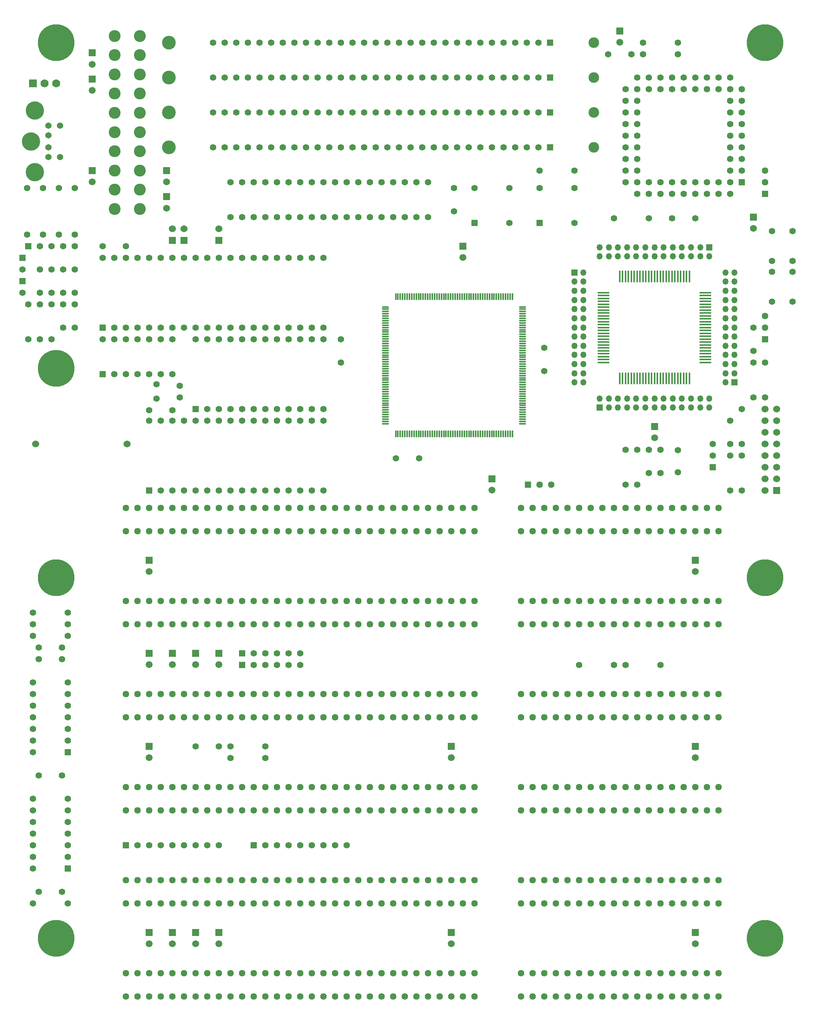
<source format=gbr>
%TF.GenerationSoftware,KiCad,Pcbnew,(6.0.2)*%
%TF.CreationDate,2026-02-18T07:48:15-08:00*%
%TF.ProjectId,AT386SX,41543338-3653-4582-9e6b-696361645f70,2.2*%
%TF.SameCoordinates,Original*%
%TF.FileFunction,Soldermask,Top*%
%TF.FilePolarity,Negative*%
%FSLAX46Y46*%
G04 Gerber Fmt 4.6, Leading zero omitted, Abs format (unit mm)*
G04 Created by KiCad (PCBNEW (6.0.2)) date 2026-02-18 07:48:15*
%MOMM*%
%LPD*%
G01*
G04 APERTURE LIST*
G04 Aperture macros list*
%AMRoundRect*
0 Rectangle with rounded corners*
0 $1 Rounding radius*
0 $2 $3 $4 $5 $6 $7 $8 $9 X,Y pos of 4 corners*
0 Add a 4 corners polygon primitive as box body*
4,1,4,$2,$3,$4,$5,$6,$7,$8,$9,$2,$3,0*
0 Add four circle primitives for the rounded corners*
1,1,$1+$1,$2,$3*
1,1,$1+$1,$4,$5*
1,1,$1+$1,$6,$7*
1,1,$1+$1,$8,$9*
0 Add four rect primitives between the rounded corners*
20,1,$1+$1,$2,$3,$4,$5,0*
20,1,$1+$1,$4,$5,$6,$7,0*
20,1,$1+$1,$6,$7,$8,$9,0*
20,1,$1+$1,$8,$9,$2,$3,0*%
G04 Aperture macros list end*
%ADD10R,1.350000X1.350000*%
%ADD11O,1.350000X1.350000*%
%ADD12C,1.397000*%
%ADD13R,1.397000X1.397000*%
%ADD14R,1.490980X1.490980*%
%ADD15C,1.490980*%
%ADD16R,1.440000X1.440000*%
%ADD17C,1.440000*%
%ADD18R,2.500000X0.380000*%
%ADD19R,0.380000X2.500000*%
%ADD20C,2.311400*%
%ADD21C,2.997200*%
%ADD22C,1.399540*%
%ADD23R,1.524000X1.524000*%
%ADD24C,1.524000*%
%ADD25C,1.371600*%
%ADD26C,4.000500*%
%ADD27C,2.600960*%
%ADD28C,0.900000*%
%ADD29C,8.000000*%
%ADD30R,1.778000X1.778000*%
%ADD31C,1.778000*%
%ADD32RoundRect,0.075000X0.662500X0.075000X-0.662500X0.075000X-0.662500X-0.075000X0.662500X-0.075000X0*%
%ADD33RoundRect,0.075000X0.075000X0.662500X-0.075000X0.662500X-0.075000X-0.662500X0.075000X-0.662500X0*%
G04 APERTURE END LIST*
D10*
%TO.C,J17*%
X146750000Y-103870000D03*
D11*
X146750000Y-101870000D03*
X148750000Y-103870000D03*
X148750000Y-101870000D03*
X150750000Y-103870000D03*
X150750000Y-101870000D03*
X152750000Y-103870000D03*
X152750000Y-101870000D03*
X154750000Y-103870000D03*
X154750000Y-101870000D03*
X156750000Y-103870000D03*
X156750000Y-101870000D03*
X158750000Y-103870000D03*
X158750000Y-101870000D03*
X160750000Y-103870000D03*
X160750000Y-101870000D03*
X162750000Y-103870000D03*
X162750000Y-101870000D03*
X164750000Y-103870000D03*
X164750000Y-101870000D03*
X166750000Y-103870000D03*
X166750000Y-101870000D03*
X168750000Y-103870000D03*
X168750000Y-101870000D03*
X170750000Y-103870000D03*
X170750000Y-101870000D03*
%TD*%
D12*
%TO.C,C9*%
X153670000Y-26670000D03*
X148590000Y-26670000D03*
%TD*%
%TO.C,R2*%
X99060000Y-62230000D03*
X99060000Y-54610000D03*
%TD*%
D13*
%TO.C,X1*%
X133667500Y-63500000D03*
D12*
X141287500Y-63500000D03*
X141287500Y-55880000D03*
X133667500Y-55880000D03*
%TD*%
%TO.C,C7*%
X32067500Y-73660000D03*
X32067500Y-78740000D03*
%TD*%
D14*
%TO.C,C32*%
X167640000Y-137180000D03*
D15*
X167640000Y-139680000D03*
%TD*%
D16*
%TO.C,JP5*%
X182880000Y-57150000D03*
D17*
X182880000Y-54610000D03*
X182880000Y-52070000D03*
%TD*%
D10*
%TO.C,J16*%
X141240000Y-74360000D03*
D11*
X143240000Y-74360000D03*
X141240000Y-76360000D03*
X143240000Y-76360000D03*
X141240000Y-78360000D03*
X143240000Y-78360000D03*
X141240000Y-80360000D03*
X143240000Y-80360000D03*
X141240000Y-82360000D03*
X143240000Y-82360000D03*
X141240000Y-84360000D03*
X143240000Y-84360000D03*
X141240000Y-86360000D03*
X143240000Y-86360000D03*
X141240000Y-88360000D03*
X143240000Y-88360000D03*
X141240000Y-90360000D03*
X143240000Y-90360000D03*
X141240000Y-92360000D03*
X143240000Y-92360000D03*
X141240000Y-94360000D03*
X143240000Y-94360000D03*
X141240000Y-96360000D03*
X143240000Y-96360000D03*
X141240000Y-98360000D03*
X143240000Y-98360000D03*
%TD*%
D12*
%TO.C,R33*%
X163830000Y-24130000D03*
X156210000Y-24130000D03*
%TD*%
D18*
%TO.C,U1*%
X169862500Y-93980000D03*
X169862500Y-93345000D03*
X169862500Y-92710000D03*
X169862500Y-92075000D03*
X169862500Y-91440000D03*
X169862500Y-90805000D03*
X169862500Y-90170000D03*
X169862500Y-89535000D03*
X169862500Y-88900000D03*
X169862500Y-88265000D03*
X169862500Y-87630000D03*
X169862500Y-86995000D03*
X169862500Y-86360000D03*
X169862500Y-85725000D03*
X169862500Y-85090000D03*
X169862500Y-84455000D03*
X169862500Y-83820000D03*
X169862500Y-83185000D03*
X169862500Y-82550000D03*
X169862500Y-81915000D03*
X169862500Y-81280000D03*
X169862500Y-80645000D03*
X169862500Y-80010000D03*
X169862500Y-79375000D03*
X169862500Y-78740000D03*
D19*
X166370000Y-75247500D03*
X165735000Y-75247500D03*
X165100000Y-75247500D03*
X164465000Y-75247500D03*
X163830000Y-75247500D03*
X163195000Y-75247500D03*
X162560000Y-75247500D03*
X161925000Y-75247500D03*
X161290000Y-75247500D03*
X160655000Y-75247500D03*
X160020000Y-75247500D03*
X159385000Y-75247500D03*
X158750000Y-75247500D03*
X158115000Y-75247500D03*
X157480000Y-75247500D03*
X156845000Y-75247500D03*
X156210000Y-75247500D03*
X155575000Y-75247500D03*
X154940000Y-75247500D03*
X154305000Y-75247500D03*
X153670000Y-75247500D03*
X153035000Y-75247500D03*
X152400000Y-75247500D03*
X151765000Y-75247500D03*
X151130000Y-75247500D03*
D18*
X147637500Y-78740000D03*
X147637500Y-79375000D03*
X147637500Y-80010000D03*
X147637500Y-80645000D03*
X147637500Y-81280000D03*
X147637500Y-81915000D03*
X147637500Y-82550000D03*
X147637500Y-83185000D03*
X147637500Y-83820000D03*
X147637500Y-84455000D03*
X147637500Y-85090000D03*
X147637500Y-85725000D03*
X147637500Y-86360000D03*
X147637500Y-86995000D03*
X147637500Y-87630000D03*
X147637500Y-88265000D03*
X147637500Y-88900000D03*
X147637500Y-89535000D03*
X147637500Y-90170000D03*
X147637500Y-90805000D03*
X147637500Y-91440000D03*
X147637500Y-92075000D03*
X147637500Y-92710000D03*
X147637500Y-93345000D03*
X147637500Y-93980000D03*
D19*
X151130000Y-97472500D03*
X151765000Y-97472500D03*
X152400000Y-97472500D03*
X153035000Y-97472500D03*
X153670000Y-97472500D03*
X154305000Y-97472500D03*
X154940000Y-97472500D03*
X155575000Y-97472500D03*
X156210000Y-97472500D03*
X156845000Y-97472500D03*
X157480000Y-97472500D03*
X158115000Y-97472500D03*
X158750000Y-97472500D03*
X159385000Y-97472500D03*
X160020000Y-97472500D03*
X160655000Y-97472500D03*
X161290000Y-97472500D03*
X161925000Y-97472500D03*
X162560000Y-97472500D03*
X163195000Y-97472500D03*
X163830000Y-97472500D03*
X164465000Y-97472500D03*
X165100000Y-97472500D03*
X165735000Y-97472500D03*
X166370000Y-97472500D03*
%TD*%
D13*
%TO.C,J2*%
X135890000Y-31750000D03*
D12*
X133350000Y-31750000D03*
X130810000Y-31750000D03*
X128270000Y-31750000D03*
X125730000Y-31750000D03*
X123190000Y-31750000D03*
X120650000Y-31750000D03*
X118110000Y-31750000D03*
X115570000Y-31750000D03*
X113030000Y-31750000D03*
X110490000Y-31750000D03*
X107950000Y-31750000D03*
X105410000Y-31750000D03*
X102870000Y-31750000D03*
X100330000Y-31750000D03*
X97790000Y-31750000D03*
X95250000Y-31750000D03*
X92710000Y-31750000D03*
X90170000Y-31750000D03*
X87630000Y-31750000D03*
X85090000Y-31750000D03*
X82550000Y-31750000D03*
X80010000Y-31750000D03*
X77470000Y-31750000D03*
X74930000Y-31750000D03*
X72390000Y-31750000D03*
X69850000Y-31750000D03*
X67310000Y-31750000D03*
X64770000Y-31750000D03*
X62230000Y-31750000D03*
D20*
X145480000Y-31750000D03*
D21*
X52640000Y-31750000D03*
%TD*%
D22*
%TO.C,SW1*%
X184439560Y-80721200D03*
X184439560Y-74218800D03*
X188940440Y-80721200D03*
X188940440Y-74218800D03*
%TD*%
D14*
%TO.C,C29*%
X123190000Y-119400000D03*
D15*
X123190000Y-121900000D03*
%TD*%
D23*
%TO.C,JP3*%
X53340000Y-67310000D03*
D24*
X53340000Y-64770000D03*
%TD*%
D13*
%TO.C,U6*%
X48260000Y-121920000D03*
D12*
X50800000Y-121920000D03*
X53340000Y-121920000D03*
X55880000Y-121920000D03*
X58420000Y-121920000D03*
X60960000Y-121920000D03*
X63500000Y-121920000D03*
X66040000Y-121920000D03*
X68580000Y-121920000D03*
X71120000Y-121920000D03*
X73660000Y-121920000D03*
X76200000Y-121920000D03*
X78740000Y-121920000D03*
X81280000Y-121920000D03*
X83820000Y-121920000D03*
X86360000Y-121920000D03*
X86360000Y-106680000D03*
X83820000Y-106680000D03*
X81280000Y-106680000D03*
X78740000Y-106680000D03*
X76200000Y-106680000D03*
X73660000Y-106680000D03*
X71120000Y-106680000D03*
X68580000Y-106680000D03*
X66040000Y-106680000D03*
X63500000Y-106680000D03*
X60960000Y-106680000D03*
X58420000Y-106680000D03*
X55880000Y-106680000D03*
X53340000Y-106680000D03*
X50800000Y-106680000D03*
X48260000Y-106680000D03*
%TD*%
%TO.C,R28*%
X21907500Y-88900000D03*
X21907500Y-81280000D03*
%TD*%
%TO.C,C8*%
X63500000Y-177800000D03*
X58420000Y-177800000D03*
%TD*%
D14*
%TO.C,C37*%
X48260000Y-218460000D03*
D15*
X48260000Y-220960000D03*
%TD*%
D12*
%TO.C,R1*%
X86360000Y-62230000D03*
X86360000Y-54610000D03*
%TD*%
%TO.C,R27*%
X24447500Y-88900000D03*
X24447500Y-81280000D03*
%TD*%
D14*
%TO.C,C33*%
X48260000Y-157500000D03*
D15*
X48260000Y-160000000D03*
%TD*%
D12*
%TO.C,R35*%
X142240000Y-160020000D03*
X149860000Y-160020000D03*
%TD*%
%TO.C,C16*%
X32067500Y-86360000D03*
X32067500Y-81280000D03*
%TD*%
D13*
%TO.C,RN5*%
X21907500Y-68580000D03*
D12*
X24447500Y-68580000D03*
X26987500Y-68580000D03*
X29527500Y-68580000D03*
X32067500Y-68580000D03*
%TD*%
D16*
%TO.C,JP4*%
X182880000Y-88900000D03*
D17*
X182880000Y-86360000D03*
X182880000Y-83820000D03*
%TD*%
%TO.C,J5*%
X43180000Y-130810000D03*
X45720000Y-130810000D03*
X48260000Y-130810000D03*
X50800000Y-130810000D03*
X53340000Y-130810000D03*
X55880000Y-130810000D03*
X58420000Y-130810000D03*
X60960000Y-130810000D03*
X63500000Y-130810000D03*
X66040000Y-130810000D03*
X68580000Y-130810000D03*
X71120000Y-130810000D03*
X73660000Y-130810000D03*
X76200000Y-130810000D03*
X78740000Y-130810000D03*
X81280000Y-130810000D03*
X83820000Y-130810000D03*
X86360000Y-130810000D03*
X88900000Y-130810000D03*
X91440000Y-130810000D03*
X93980000Y-130810000D03*
X96520000Y-130810000D03*
X99060000Y-130810000D03*
X101600000Y-130810000D03*
X104140000Y-130810000D03*
X106680000Y-130810000D03*
X109220000Y-130810000D03*
X111760000Y-130810000D03*
X114300000Y-130810000D03*
X116840000Y-130810000D03*
X119380000Y-130810000D03*
X43180000Y-125730000D03*
X45720000Y-125730000D03*
X48260000Y-125730000D03*
X50800000Y-125730000D03*
X53340000Y-125730000D03*
X55880000Y-125730000D03*
X58420000Y-125730000D03*
X60960000Y-125730000D03*
X63500000Y-125730000D03*
X66040000Y-125730000D03*
X68580000Y-125730000D03*
X71120000Y-125730000D03*
X73660000Y-125730000D03*
X76200000Y-125730000D03*
X78740000Y-125730000D03*
X81280000Y-125730000D03*
X83820000Y-125730000D03*
X86360000Y-125730000D03*
X88900000Y-125730000D03*
X91440000Y-125730000D03*
X93980000Y-125730000D03*
X96520000Y-125730000D03*
X99060000Y-125730000D03*
X101600000Y-125730000D03*
X104140000Y-125730000D03*
X106680000Y-125730000D03*
X109220000Y-125730000D03*
X111760000Y-125730000D03*
X114300000Y-125730000D03*
X116840000Y-125730000D03*
X119380000Y-125730000D03*
X129540000Y-130810000D03*
X132080000Y-130810000D03*
X134620000Y-130810000D03*
X137160000Y-130810000D03*
X139700000Y-130810000D03*
X142240000Y-130810000D03*
X144780000Y-130810000D03*
X147320000Y-130810000D03*
X149860000Y-130810000D03*
X152400000Y-130810000D03*
X154940000Y-130810000D03*
X157480000Y-130810000D03*
X160020000Y-130810000D03*
X162560000Y-130810000D03*
X165100000Y-130810000D03*
X167640000Y-130810000D03*
X170180000Y-130810000D03*
X172720000Y-130810000D03*
X129540000Y-125730000D03*
X132080000Y-125730000D03*
X134620000Y-125730000D03*
X137160000Y-125730000D03*
X139700000Y-125730000D03*
X142240000Y-125730000D03*
X144780000Y-125730000D03*
X147320000Y-125730000D03*
X149860000Y-125730000D03*
X152400000Y-125730000D03*
X154940000Y-125730000D03*
X157480000Y-125730000D03*
X160020000Y-125730000D03*
X162560000Y-125730000D03*
X165100000Y-125730000D03*
X167640000Y-125730000D03*
X170180000Y-125730000D03*
X172720000Y-125730000D03*
%TD*%
D13*
%TO.C,U9*%
X30480000Y-204470000D03*
D12*
X30480000Y-201930000D03*
X30480000Y-199390000D03*
X30480000Y-196850000D03*
X30480000Y-194310000D03*
X30480000Y-191770000D03*
X30480000Y-189230000D03*
X22860000Y-189230000D03*
X22860000Y-191770000D03*
X22860000Y-194310000D03*
X22860000Y-196850000D03*
X22860000Y-199390000D03*
X22860000Y-201930000D03*
X22860000Y-204470000D03*
%TD*%
%TO.C,C13*%
X90170000Y-93980000D03*
X90170000Y-88900000D03*
%TD*%
D13*
%TO.C,J3*%
X135890000Y-39370000D03*
D12*
X133350000Y-39370000D03*
X130810000Y-39370000D03*
X128270000Y-39370000D03*
X125730000Y-39370000D03*
X123190000Y-39370000D03*
X120650000Y-39370000D03*
X118110000Y-39370000D03*
X115570000Y-39370000D03*
X113030000Y-39370000D03*
X110490000Y-39370000D03*
X107950000Y-39370000D03*
X105410000Y-39370000D03*
X102870000Y-39370000D03*
X100330000Y-39370000D03*
X97790000Y-39370000D03*
X95250000Y-39370000D03*
X92710000Y-39370000D03*
X90170000Y-39370000D03*
X87630000Y-39370000D03*
X85090000Y-39370000D03*
X82550000Y-39370000D03*
X80010000Y-39370000D03*
X77470000Y-39370000D03*
X74930000Y-39370000D03*
X72390000Y-39370000D03*
X69850000Y-39370000D03*
X67310000Y-39370000D03*
X64770000Y-39370000D03*
X62230000Y-39370000D03*
D21*
X52640000Y-39370000D03*
D20*
X145480000Y-39370000D03*
%TD*%
D12*
%TO.C,C5*%
X24447500Y-73660000D03*
X24447500Y-78740000D03*
%TD*%
%TO.C,R8*%
X81280000Y-62230000D03*
X81280000Y-54610000D03*
%TD*%
%TO.C,R18*%
X109220000Y-62230000D03*
X109220000Y-54610000D03*
%TD*%
%TO.C,R19*%
X106680000Y-62230000D03*
X106680000Y-54610000D03*
%TD*%
D13*
%TO.C,J1*%
X135890000Y-24130000D03*
D12*
X133350000Y-24130000D03*
X130810000Y-24130000D03*
X128270000Y-24130000D03*
X125730000Y-24130000D03*
X123190000Y-24130000D03*
X120650000Y-24130000D03*
X118110000Y-24130000D03*
X115570000Y-24130000D03*
X113030000Y-24130000D03*
X110490000Y-24130000D03*
X107950000Y-24130000D03*
X105410000Y-24130000D03*
X102870000Y-24130000D03*
X100330000Y-24130000D03*
X97790000Y-24130000D03*
X95250000Y-24130000D03*
X92710000Y-24130000D03*
X90170000Y-24130000D03*
X87630000Y-24130000D03*
X85090000Y-24130000D03*
X82550000Y-24130000D03*
X80010000Y-24130000D03*
X77470000Y-24130000D03*
X74930000Y-24130000D03*
X72390000Y-24130000D03*
X69850000Y-24130000D03*
X67310000Y-24130000D03*
X64770000Y-24130000D03*
X62230000Y-24130000D03*
D21*
X52640000Y-24130000D03*
D20*
X145480000Y-24130000D03*
%TD*%
D13*
%TO.C,RN1*%
X71120000Y-199390000D03*
D12*
X73660000Y-199390000D03*
X76200000Y-199390000D03*
X78740000Y-199390000D03*
X81280000Y-199390000D03*
X83820000Y-199390000D03*
X86360000Y-199390000D03*
X88900000Y-199390000D03*
X91440000Y-199390000D03*
%TD*%
%TO.C,R10*%
X76200000Y-62230000D03*
X76200000Y-54610000D03*
%TD*%
%TO.C,Y1*%
X163830000Y-118010940D03*
X163830000Y-113129060D03*
%TD*%
%TO.C,R3*%
X96520000Y-62230000D03*
X96520000Y-54610000D03*
%TD*%
D14*
%TO.C,C43*%
X35877500Y-26372500D03*
D15*
X35877500Y-28872500D03*
%TD*%
D25*
%TO.C,J11*%
X26280000Y-47020000D03*
X26280000Y-44420000D03*
X26280000Y-49120000D03*
X26280000Y-42320000D03*
X28780000Y-49120000D03*
X28780000Y-42320000D03*
D26*
X23280000Y-38970000D03*
X23280000Y-52470000D03*
X22480000Y-45720000D03*
%TD*%
D12*
%TO.C,R25*%
X177800000Y-114300000D03*
X177800000Y-121920000D03*
%TD*%
%TO.C,C20*%
X24130000Y-209550000D03*
X29210000Y-209550000D03*
%TD*%
D17*
%TO.C,J9*%
X43180000Y-212090000D03*
X45720000Y-212090000D03*
X48260000Y-212090000D03*
X50800000Y-212090000D03*
X53340000Y-212090000D03*
X55880000Y-212090000D03*
X58420000Y-212090000D03*
X60960000Y-212090000D03*
X63500000Y-212090000D03*
X66040000Y-212090000D03*
X68580000Y-212090000D03*
X71120000Y-212090000D03*
X73660000Y-212090000D03*
X76200000Y-212090000D03*
X78740000Y-212090000D03*
X81280000Y-212090000D03*
X83820000Y-212090000D03*
X86360000Y-212090000D03*
X88900000Y-212090000D03*
X91440000Y-212090000D03*
X93980000Y-212090000D03*
X96520000Y-212090000D03*
X99060000Y-212090000D03*
X101600000Y-212090000D03*
X104140000Y-212090000D03*
X106680000Y-212090000D03*
X109220000Y-212090000D03*
X111760000Y-212090000D03*
X114300000Y-212090000D03*
X116840000Y-212090000D03*
X119380000Y-212090000D03*
X43180000Y-207010000D03*
X45720000Y-207010000D03*
X48260000Y-207010000D03*
X50800000Y-207010000D03*
X53340000Y-207010000D03*
X55880000Y-207010000D03*
X58420000Y-207010000D03*
X60960000Y-207010000D03*
X63500000Y-207010000D03*
X66040000Y-207010000D03*
X68580000Y-207010000D03*
X71120000Y-207010000D03*
X73660000Y-207010000D03*
X76200000Y-207010000D03*
X78740000Y-207010000D03*
X81280000Y-207010000D03*
X83820000Y-207010000D03*
X86360000Y-207010000D03*
X88900000Y-207010000D03*
X91440000Y-207010000D03*
X93980000Y-207010000D03*
X96520000Y-207010000D03*
X99060000Y-207010000D03*
X101600000Y-207010000D03*
X104140000Y-207010000D03*
X106680000Y-207010000D03*
X109220000Y-207010000D03*
X111760000Y-207010000D03*
X114300000Y-207010000D03*
X116840000Y-207010000D03*
X119380000Y-207010000D03*
X129540000Y-212090000D03*
X132080000Y-212090000D03*
X134620000Y-212090000D03*
X137160000Y-212090000D03*
X139700000Y-212090000D03*
X142240000Y-212090000D03*
X144780000Y-212090000D03*
X147320000Y-212090000D03*
X149860000Y-212090000D03*
X152400000Y-212090000D03*
X154940000Y-212090000D03*
X157480000Y-212090000D03*
X160020000Y-212090000D03*
X162560000Y-212090000D03*
X165100000Y-212090000D03*
X167640000Y-212090000D03*
X170180000Y-212090000D03*
X172720000Y-212090000D03*
X129540000Y-207010000D03*
X132080000Y-207010000D03*
X134620000Y-207010000D03*
X137160000Y-207010000D03*
X139700000Y-207010000D03*
X142240000Y-207010000D03*
X144780000Y-207010000D03*
X147320000Y-207010000D03*
X149860000Y-207010000D03*
X152400000Y-207010000D03*
X154940000Y-207010000D03*
X157480000Y-207010000D03*
X160020000Y-207010000D03*
X162560000Y-207010000D03*
X165100000Y-207010000D03*
X167640000Y-207010000D03*
X170180000Y-207010000D03*
X172720000Y-207010000D03*
%TD*%
D12*
%TO.C,R6*%
X88900000Y-62230000D03*
X88900000Y-54610000D03*
%TD*%
D13*
%TO.C,U4*%
X58420000Y-104140000D03*
D12*
X60960000Y-104140000D03*
X63500000Y-104140000D03*
X66040000Y-104140000D03*
X68580000Y-104140000D03*
X71120000Y-104140000D03*
X73660000Y-104140000D03*
X76200000Y-104140000D03*
X78740000Y-104140000D03*
X81280000Y-104140000D03*
X83820000Y-104140000D03*
X86360000Y-104140000D03*
X86360000Y-88900000D03*
X83820000Y-88900000D03*
X81280000Y-88900000D03*
X78740000Y-88900000D03*
X76200000Y-88900000D03*
X73660000Y-88900000D03*
X71120000Y-88900000D03*
X68580000Y-88900000D03*
X66040000Y-88900000D03*
X63500000Y-88900000D03*
X60960000Y-88900000D03*
X58420000Y-88900000D03*
%TD*%
D13*
%TO.C,X2*%
X119380000Y-63500000D03*
D12*
X127000000Y-63500000D03*
X127000000Y-55880000D03*
X119380000Y-55880000D03*
%TD*%
%TO.C,R11*%
X73660000Y-62230000D03*
X73660000Y-54610000D03*
%TD*%
D14*
%TO.C,C30*%
X158750000Y-107970000D03*
D15*
X158750000Y-110470000D03*
%TD*%
D12*
%TO.C,R21*%
X101600000Y-62230000D03*
X101600000Y-54610000D03*
%TD*%
D14*
%TO.C,C40*%
X52070000Y-57805000D03*
D15*
X52070000Y-60305000D03*
%TD*%
D14*
%TO.C,C44*%
X58420000Y-157500000D03*
D15*
X58420000Y-160000000D03*
%TD*%
D14*
%TO.C,C41*%
X63500000Y-157500000D03*
D15*
X63500000Y-160000000D03*
%TD*%
D27*
%TO.C,J12*%
X46248320Y-22692360D03*
X46248320Y-26893520D03*
X46248320Y-31092140D03*
X46248320Y-35293300D03*
X46248320Y-39491920D03*
X46248320Y-43693080D03*
X46248320Y-47891700D03*
X46248320Y-52092860D03*
X46248320Y-56291480D03*
X46248320Y-60492640D03*
X40746680Y-22692360D03*
X40746680Y-26893520D03*
X40746680Y-31092140D03*
X40746680Y-35293300D03*
X40746680Y-39491920D03*
X40746680Y-43693080D03*
X40746680Y-47891700D03*
X40746680Y-52092860D03*
X40746680Y-56291480D03*
X40746680Y-60492640D03*
%TD*%
D13*
%TO.C,D1*%
X20637500Y-76200000D03*
D12*
X20637500Y-78740000D03*
%TD*%
%TO.C,R30*%
X73660000Y-180340000D03*
X66040000Y-180340000D03*
%TD*%
%TO.C,R40*%
X154940000Y-120650000D03*
X154940000Y-113030000D03*
%TD*%
D17*
%TO.C,J8*%
X43180000Y-191770000D03*
X45720000Y-191770000D03*
X48260000Y-191770000D03*
X50800000Y-191770000D03*
X53340000Y-191770000D03*
X55880000Y-191770000D03*
X58420000Y-191770000D03*
X60960000Y-191770000D03*
X63500000Y-191770000D03*
X66040000Y-191770000D03*
X68580000Y-191770000D03*
X71120000Y-191770000D03*
X73660000Y-191770000D03*
X76200000Y-191770000D03*
X78740000Y-191770000D03*
X81280000Y-191770000D03*
X83820000Y-191770000D03*
X86360000Y-191770000D03*
X88900000Y-191770000D03*
X91440000Y-191770000D03*
X93980000Y-191770000D03*
X96520000Y-191770000D03*
X99060000Y-191770000D03*
X101600000Y-191770000D03*
X104140000Y-191770000D03*
X106680000Y-191770000D03*
X109220000Y-191770000D03*
X111760000Y-191770000D03*
X114300000Y-191770000D03*
X116840000Y-191770000D03*
X119380000Y-191770000D03*
X43180000Y-186690000D03*
X45720000Y-186690000D03*
X48260000Y-186690000D03*
X50800000Y-186690000D03*
X53340000Y-186690000D03*
X55880000Y-186690000D03*
X58420000Y-186690000D03*
X60960000Y-186690000D03*
X63500000Y-186690000D03*
X66040000Y-186690000D03*
X68580000Y-186690000D03*
X71120000Y-186690000D03*
X73660000Y-186690000D03*
X76200000Y-186690000D03*
X78740000Y-186690000D03*
X81280000Y-186690000D03*
X83820000Y-186690000D03*
X86360000Y-186690000D03*
X88900000Y-186690000D03*
X91440000Y-186690000D03*
X93980000Y-186690000D03*
X96520000Y-186690000D03*
X99060000Y-186690000D03*
X101600000Y-186690000D03*
X104140000Y-186690000D03*
X106680000Y-186690000D03*
X109220000Y-186690000D03*
X111760000Y-186690000D03*
X114300000Y-186690000D03*
X116840000Y-186690000D03*
X119380000Y-186690000D03*
X129540000Y-191770000D03*
X132080000Y-191770000D03*
X134620000Y-191770000D03*
X137160000Y-191770000D03*
X139700000Y-191770000D03*
X142240000Y-191770000D03*
X144780000Y-191770000D03*
X147320000Y-191770000D03*
X149860000Y-191770000D03*
X152400000Y-191770000D03*
X154940000Y-191770000D03*
X157480000Y-191770000D03*
X160020000Y-191770000D03*
X162560000Y-191770000D03*
X165100000Y-191770000D03*
X167640000Y-191770000D03*
X170180000Y-191770000D03*
X172720000Y-191770000D03*
X129540000Y-186690000D03*
X132080000Y-186690000D03*
X134620000Y-186690000D03*
X137160000Y-186690000D03*
X139700000Y-186690000D03*
X142240000Y-186690000D03*
X144780000Y-186690000D03*
X147320000Y-186690000D03*
X149860000Y-186690000D03*
X152400000Y-186690000D03*
X154940000Y-186690000D03*
X157480000Y-186690000D03*
X160020000Y-186690000D03*
X162560000Y-186690000D03*
X165100000Y-186690000D03*
X167640000Y-186690000D03*
X170180000Y-186690000D03*
X172720000Y-186690000D03*
%TD*%
D14*
%TO.C,C39*%
X167640000Y-218460000D03*
D15*
X167640000Y-220960000D03*
%TD*%
D10*
%TO.C,J14*%
X176260000Y-98360000D03*
D11*
X174260000Y-98360000D03*
X176260000Y-96360000D03*
X174260000Y-96360000D03*
X176260000Y-94360000D03*
X174260000Y-94360000D03*
X176260000Y-92360000D03*
X174260000Y-92360000D03*
X176260000Y-90360000D03*
X174260000Y-90360000D03*
X176260000Y-88360000D03*
X174260000Y-88360000D03*
X176260000Y-86360000D03*
X174260000Y-86360000D03*
X176260000Y-84360000D03*
X174260000Y-84360000D03*
X176260000Y-82360000D03*
X174260000Y-82360000D03*
X176260000Y-80360000D03*
X174260000Y-80360000D03*
X176260000Y-78360000D03*
X174260000Y-78360000D03*
X176260000Y-76360000D03*
X174260000Y-76360000D03*
X176260000Y-74360000D03*
X174260000Y-74360000D03*
%TD*%
D14*
%TO.C,C25*%
X52070000Y-52090000D03*
D15*
X52070000Y-54590000D03*
%TD*%
D23*
%TO.C,JP2*%
X55880000Y-67310000D03*
D24*
X55880000Y-64770000D03*
%TD*%
D12*
%TO.C,C15*%
X48260000Y-104457500D03*
X53340000Y-104457500D03*
%TD*%
%TO.C,C2*%
X160020000Y-113030000D03*
X160020000Y-118110000D03*
%TD*%
D28*
%TO.C,H4*%
X30061320Y-22008680D03*
D29*
X27940000Y-24130000D03*
D28*
X25818680Y-22008680D03*
X24940000Y-24130000D03*
X30940000Y-24130000D03*
X27940000Y-21130000D03*
X25818680Y-26251320D03*
X30061320Y-26251320D03*
X27940000Y-27130000D03*
%TD*%
D12*
%TO.C,L2*%
X21590000Y-66040000D03*
X21590000Y-55880000D03*
%TD*%
D14*
%TO.C,C27*%
X116840000Y-68600000D03*
D15*
X116840000Y-71100000D03*
%TD*%
D12*
%TO.C,R7*%
X83820000Y-62230000D03*
X83820000Y-54610000D03*
%TD*%
%TO.C,R38*%
X30480000Y-151129282D03*
X22860000Y-151129282D03*
%TD*%
%TO.C,L3*%
X32067500Y-66040000D03*
X32067500Y-55880000D03*
%TD*%
D28*
%TO.C,H7*%
X185001320Y-143091320D03*
X179880000Y-140970000D03*
X180758680Y-138848680D03*
X182880000Y-137970000D03*
X185001320Y-138848680D03*
X185880000Y-140970000D03*
X180758680Y-143091320D03*
D29*
X182880000Y-140970000D03*
D28*
X182880000Y-143970000D03*
%TD*%
D13*
%TO.C,RN3*%
X68580000Y-160020000D03*
D12*
X71120000Y-160020000D03*
X73660000Y-160020000D03*
X76200000Y-160020000D03*
X78740000Y-160020000D03*
X81280000Y-160020000D03*
%TD*%
%TO.C,C17*%
X102235000Y-114935000D03*
X107315000Y-114935000D03*
%TD*%
D14*
%TO.C,C42*%
X63500000Y-218460000D03*
D15*
X63500000Y-220960000D03*
%TD*%
D22*
%TO.C,SW2*%
X184439560Y-71831200D03*
X184439560Y-65328800D03*
X188940440Y-65328800D03*
X188940440Y-71831200D03*
%TD*%
D12*
%TO.C,R17*%
X68580000Y-62230000D03*
X68580000Y-54610000D03*
%TD*%
D28*
%TO.C,H2*%
X25818680Y-138848680D03*
X27940000Y-137970000D03*
X27940000Y-143970000D03*
X25818680Y-143091320D03*
X30061320Y-143091320D03*
D29*
X27940000Y-140970000D03*
D28*
X30940000Y-140970000D03*
X30061320Y-138848680D03*
X24940000Y-140970000D03*
%TD*%
D12*
%TO.C,R23*%
X180340000Y-101600000D03*
X180340000Y-93980000D03*
%TD*%
%TO.C,L4*%
X28575000Y-66040000D03*
X28575000Y-55880000D03*
%TD*%
%TO.C,R34*%
X163830000Y-26670000D03*
X156210000Y-26670000D03*
%TD*%
D13*
%TO.C,J4*%
X135890000Y-46990000D03*
D12*
X133350000Y-46990000D03*
X130810000Y-46990000D03*
X128270000Y-46990000D03*
X125730000Y-46990000D03*
X123190000Y-46990000D03*
X120650000Y-46990000D03*
X118110000Y-46990000D03*
X115570000Y-46990000D03*
X113030000Y-46990000D03*
X110490000Y-46990000D03*
X107950000Y-46990000D03*
X105410000Y-46990000D03*
X102870000Y-46990000D03*
X100330000Y-46990000D03*
X97790000Y-46990000D03*
X95250000Y-46990000D03*
X92710000Y-46990000D03*
X90170000Y-46990000D03*
X87630000Y-46990000D03*
X85090000Y-46990000D03*
X82550000Y-46990000D03*
X80010000Y-46990000D03*
X77470000Y-46990000D03*
X74930000Y-46990000D03*
X72390000Y-46990000D03*
X69850000Y-46990000D03*
X67310000Y-46990000D03*
X64770000Y-46990000D03*
X62230000Y-46990000D03*
D21*
X52640000Y-46990000D03*
D20*
X145480000Y-46990000D03*
%TD*%
D13*
%TO.C,Q1*%
X171450000Y-116840000D03*
D12*
X171450000Y-114300000D03*
X171450000Y-111760000D03*
%TD*%
%TO.C,C22*%
X29210000Y-158749282D03*
X24130000Y-158749282D03*
%TD*%
D14*
%TO.C,C47*%
X53340000Y-157500000D03*
D15*
X53340000Y-160000000D03*
%TD*%
D12*
%TO.C,R31*%
X30480000Y-212090000D03*
X22860000Y-212090000D03*
%TD*%
D30*
%TO.C,U10*%
X22860000Y-33020000D03*
D31*
X25400000Y-33020000D03*
X27940000Y-33020000D03*
%TD*%
D12*
%TO.C,C18*%
X114935000Y-55880000D03*
X114935000Y-60960000D03*
%TD*%
D14*
%TO.C,C26*%
X151130000Y-21610000D03*
D15*
X151130000Y-24110000D03*
%TD*%
D12*
%TO.C,C11*%
X162560000Y-62547500D03*
X167640000Y-62547500D03*
%TD*%
D23*
%TO.C,JP1*%
X63500000Y-67310000D03*
D24*
X63500000Y-64770000D03*
%TD*%
D23*
%TO.C,J13*%
X185420000Y-121920000D03*
D24*
X182880000Y-121920000D03*
X185420000Y-119380000D03*
X182880000Y-119380000D03*
X185420000Y-116840000D03*
X182880000Y-116840000D03*
X185420000Y-114300000D03*
X182880000Y-114300000D03*
X185420000Y-111760000D03*
X182880000Y-111760000D03*
X185420000Y-109220000D03*
X182880000Y-109220000D03*
X185420000Y-106680000D03*
X182880000Y-106680000D03*
X185420000Y-104140000D03*
X182880000Y-104140000D03*
%TD*%
D14*
%TO.C,C31*%
X48260000Y-137180000D03*
D15*
X48260000Y-139680000D03*
%TD*%
D12*
%TO.C,R4*%
X93980000Y-62230000D03*
X93980000Y-54610000D03*
%TD*%
%TO.C,R5*%
X91440000Y-62230000D03*
X91440000Y-54610000D03*
%TD*%
%TO.C,R9*%
X78740000Y-62230000D03*
X78740000Y-54610000D03*
%TD*%
D14*
%TO.C,C38*%
X114300000Y-218460000D03*
D15*
X114300000Y-220960000D03*
%TD*%
D12*
%TO.C,C12*%
X134620000Y-90805000D03*
X134620000Y-95885000D03*
%TD*%
D14*
%TO.C,C24*%
X35877500Y-52090000D03*
D15*
X35877500Y-54590000D03*
%TD*%
D14*
%TO.C,C46*%
X35877500Y-32087500D03*
D15*
X35877500Y-34587500D03*
%TD*%
D12*
%TO.C,R26*%
X177800000Y-104140000D03*
X177800000Y-111760000D03*
%TD*%
%TO.C,R24*%
X182880000Y-101600000D03*
X182880000Y-93980000D03*
%TD*%
D13*
%TO.C,D2*%
X20637500Y-71120000D03*
D12*
X20637500Y-73660000D03*
%TD*%
D17*
%TO.C,J7*%
X43180000Y-171450000D03*
X45720000Y-171450000D03*
X48260000Y-171450000D03*
X50800000Y-171450000D03*
X53340000Y-171450000D03*
X55880000Y-171450000D03*
X58420000Y-171450000D03*
X60960000Y-171450000D03*
X63500000Y-171450000D03*
X66040000Y-171450000D03*
X68580000Y-171450000D03*
X71120000Y-171450000D03*
X73660000Y-171450000D03*
X76200000Y-171450000D03*
X78740000Y-171450000D03*
X81280000Y-171450000D03*
X83820000Y-171450000D03*
X86360000Y-171450000D03*
X88900000Y-171450000D03*
X91440000Y-171450000D03*
X93980000Y-171450000D03*
X96520000Y-171450000D03*
X99060000Y-171450000D03*
X101600000Y-171450000D03*
X104140000Y-171450000D03*
X106680000Y-171450000D03*
X109220000Y-171450000D03*
X111760000Y-171450000D03*
X114300000Y-171450000D03*
X116840000Y-171450000D03*
X119380000Y-171450000D03*
X43180000Y-166370000D03*
X45720000Y-166370000D03*
X48260000Y-166370000D03*
X50800000Y-166370000D03*
X53340000Y-166370000D03*
X55880000Y-166370000D03*
X58420000Y-166370000D03*
X60960000Y-166370000D03*
X63500000Y-166370000D03*
X66040000Y-166370000D03*
X68580000Y-166370000D03*
X71120000Y-166370000D03*
X73660000Y-166370000D03*
X76200000Y-166370000D03*
X78740000Y-166370000D03*
X81280000Y-166370000D03*
X83820000Y-166370000D03*
X86360000Y-166370000D03*
X88900000Y-166370000D03*
X91440000Y-166370000D03*
X93980000Y-166370000D03*
X96520000Y-166370000D03*
X99060000Y-166370000D03*
X101600000Y-166370000D03*
X104140000Y-166370000D03*
X106680000Y-166370000D03*
X109220000Y-166370000D03*
X111760000Y-166370000D03*
X114300000Y-166370000D03*
X116840000Y-166370000D03*
X119380000Y-166370000D03*
X129540000Y-171450000D03*
X132080000Y-171450000D03*
X134620000Y-171450000D03*
X137160000Y-171450000D03*
X139700000Y-171450000D03*
X142240000Y-171450000D03*
X144780000Y-171450000D03*
X147320000Y-171450000D03*
X149860000Y-171450000D03*
X152400000Y-171450000D03*
X154940000Y-171450000D03*
X157480000Y-171450000D03*
X160020000Y-171450000D03*
X162560000Y-171450000D03*
X165100000Y-171450000D03*
X167640000Y-171450000D03*
X170180000Y-171450000D03*
X172720000Y-171450000D03*
X129540000Y-166370000D03*
X132080000Y-166370000D03*
X134620000Y-166370000D03*
X137160000Y-166370000D03*
X139700000Y-166370000D03*
X142240000Y-166370000D03*
X144780000Y-166370000D03*
X147320000Y-166370000D03*
X149860000Y-166370000D03*
X152400000Y-166370000D03*
X154940000Y-166370000D03*
X157480000Y-166370000D03*
X160020000Y-166370000D03*
X162560000Y-166370000D03*
X165100000Y-166370000D03*
X167640000Y-166370000D03*
X170180000Y-166370000D03*
X172720000Y-166370000D03*
%TD*%
D28*
%TO.C,H3*%
X27940000Y-98250000D03*
X30061320Y-97371320D03*
D29*
X27940000Y-95250000D03*
D28*
X25818680Y-97371320D03*
X30940000Y-95250000D03*
X25818680Y-93128680D03*
X24940000Y-95250000D03*
X30061320Y-93128680D03*
X27940000Y-92250000D03*
%TD*%
D17*
%TO.C,J10*%
X43180000Y-232410000D03*
X45720000Y-232410000D03*
X48260000Y-232410000D03*
X50800000Y-232410000D03*
X53340000Y-232410000D03*
X55880000Y-232410000D03*
X58420000Y-232410000D03*
X60960000Y-232410000D03*
X63500000Y-232410000D03*
X66040000Y-232410000D03*
X68580000Y-232410000D03*
X71120000Y-232410000D03*
X73660000Y-232410000D03*
X76200000Y-232410000D03*
X78740000Y-232410000D03*
X81280000Y-232410000D03*
X83820000Y-232410000D03*
X86360000Y-232410000D03*
X88900000Y-232410000D03*
X91440000Y-232410000D03*
X93980000Y-232410000D03*
X96520000Y-232410000D03*
X99060000Y-232410000D03*
X101600000Y-232410000D03*
X104140000Y-232410000D03*
X106680000Y-232410000D03*
X109220000Y-232410000D03*
X111760000Y-232410000D03*
X114300000Y-232410000D03*
X116840000Y-232410000D03*
X119380000Y-232410000D03*
X43180000Y-227330000D03*
X45720000Y-227330000D03*
X48260000Y-227330000D03*
X50800000Y-227330000D03*
X53340000Y-227330000D03*
X55880000Y-227330000D03*
X58420000Y-227330000D03*
X60960000Y-227330000D03*
X63500000Y-227330000D03*
X66040000Y-227330000D03*
X68580000Y-227330000D03*
X71120000Y-227330000D03*
X73660000Y-227330000D03*
X76200000Y-227330000D03*
X78740000Y-227330000D03*
X81280000Y-227330000D03*
X83820000Y-227330000D03*
X86360000Y-227330000D03*
X88900000Y-227330000D03*
X91440000Y-227330000D03*
X93980000Y-227330000D03*
X96520000Y-227330000D03*
X99060000Y-227330000D03*
X101600000Y-227330000D03*
X104140000Y-227330000D03*
X106680000Y-227330000D03*
X109220000Y-227330000D03*
X111760000Y-227330000D03*
X114300000Y-227330000D03*
X116840000Y-227330000D03*
X119380000Y-227330000D03*
X129540000Y-232410000D03*
X132080000Y-232410000D03*
X134620000Y-232410000D03*
X137160000Y-232410000D03*
X139700000Y-232410000D03*
X142240000Y-232410000D03*
X144780000Y-232410000D03*
X147320000Y-232410000D03*
X149860000Y-232410000D03*
X152400000Y-232410000D03*
X154940000Y-232410000D03*
X157480000Y-232410000D03*
X160020000Y-232410000D03*
X162560000Y-232410000D03*
X165100000Y-232410000D03*
X167640000Y-232410000D03*
X170180000Y-232410000D03*
X172720000Y-232410000D03*
X129540000Y-227330000D03*
X132080000Y-227330000D03*
X134620000Y-227330000D03*
X137160000Y-227330000D03*
X139700000Y-227330000D03*
X142240000Y-227330000D03*
X144780000Y-227330000D03*
X147320000Y-227330000D03*
X149860000Y-227330000D03*
X152400000Y-227330000D03*
X154940000Y-227330000D03*
X157480000Y-227330000D03*
X160020000Y-227330000D03*
X162560000Y-227330000D03*
X165100000Y-227330000D03*
X167640000Y-227330000D03*
X170180000Y-227330000D03*
X172720000Y-227330000D03*
%TD*%
D13*
%TO.C,RN4*%
X43180000Y-199390000D03*
D12*
X45720000Y-199390000D03*
X48260000Y-199390000D03*
X50800000Y-199390000D03*
X53340000Y-199390000D03*
X55880000Y-199390000D03*
X58420000Y-199390000D03*
X60960000Y-199390000D03*
X63500000Y-199390000D03*
%TD*%
%TO.C,R29*%
X30480000Y-153669282D03*
X22860000Y-153669282D03*
%TD*%
%TO.C,C23*%
X29210000Y-156209282D03*
X24130000Y-156209282D03*
%TD*%
D14*
%TO.C,C35*%
X114300000Y-177820000D03*
D15*
X114300000Y-180320000D03*
%TD*%
D12*
%TO.C,C21*%
X175260000Y-111760000D03*
X175260000Y-106680000D03*
%TD*%
D14*
%TO.C,C36*%
X167640000Y-177820000D03*
D15*
X167640000Y-180320000D03*
%TD*%
D12*
%TO.C,R16*%
X66040000Y-62230000D03*
X66040000Y-54610000D03*
%TD*%
D14*
%TO.C,C28*%
X180340000Y-62250000D03*
D15*
X180340000Y-64750000D03*
%TD*%
D10*
%TO.C,J15*%
X170750000Y-68850000D03*
D11*
X170750000Y-70850000D03*
X168750000Y-68850000D03*
X168750000Y-70850000D03*
X166750000Y-68850000D03*
X166750000Y-70850000D03*
X164750000Y-68850000D03*
X164750000Y-70850000D03*
X162750000Y-68850000D03*
X162750000Y-70850000D03*
X160750000Y-68850000D03*
X160750000Y-70850000D03*
X158750000Y-68850000D03*
X158750000Y-70850000D03*
X156750000Y-68850000D03*
X156750000Y-70850000D03*
X154750000Y-68850000D03*
X154750000Y-70850000D03*
X152750000Y-68850000D03*
X152750000Y-70850000D03*
X150750000Y-68850000D03*
X150750000Y-70850000D03*
X148750000Y-68850000D03*
X148750000Y-70850000D03*
X146750000Y-68850000D03*
X146750000Y-70850000D03*
%TD*%
D12*
%TO.C,R14*%
X133667500Y-52070000D03*
X141287500Y-52070000D03*
%TD*%
%TO.C,C1*%
X157480000Y-118110000D03*
X157480000Y-113030000D03*
%TD*%
%TO.C,C10*%
X180340000Y-91440000D03*
X180340000Y-86360000D03*
%TD*%
%TO.C,R13*%
X149860000Y-62547500D03*
X157480000Y-62547500D03*
%TD*%
%TO.C,C4*%
X26987500Y-73660000D03*
X26987500Y-78740000D03*
%TD*%
%TO.C,R22*%
X73660000Y-177800000D03*
X66040000Y-177800000D03*
%TD*%
%TO.C,R20*%
X104140000Y-62230000D03*
X104140000Y-54610000D03*
%TD*%
%TO.C,Y2*%
X55016185Y-99052500D03*
X55016185Y-101592500D03*
X49936185Y-101910000D03*
X49936185Y-98735000D03*
%TD*%
%TO.C,R32*%
X152400000Y-113030000D03*
X152400000Y-120650000D03*
%TD*%
D14*
%TO.C,C48*%
X53340000Y-218460000D03*
D15*
X53340000Y-220960000D03*
%TD*%
D14*
%TO.C,C45*%
X58420000Y-218460000D03*
D15*
X58420000Y-220960000D03*
%TD*%
D29*
%TO.C,H1*%
X27940000Y-219710000D03*
D28*
X27940000Y-222710000D03*
X25818680Y-217588680D03*
X30940000Y-219710000D03*
X30061320Y-221831320D03*
X24940000Y-219710000D03*
X30061320Y-217588680D03*
X27940000Y-216710000D03*
X25818680Y-221831320D03*
%TD*%
D12*
%TO.C,R12*%
X71120000Y-62230000D03*
X71120000Y-54610000D03*
%TD*%
D14*
%TO.C,C34*%
X48260000Y-177820000D03*
D15*
X48260000Y-180320000D03*
%TD*%
D24*
%TO.C,BT1*%
X43500750Y-111760000D03*
X23500790Y-111760000D03*
%TD*%
D28*
%TO.C,H6*%
X185001320Y-221831320D03*
X180758680Y-221831320D03*
X185001320Y-217588680D03*
X185880000Y-219710000D03*
X179880000Y-219710000D03*
X182880000Y-222710000D03*
X180758680Y-217588680D03*
D29*
X182880000Y-219710000D03*
D28*
X182880000Y-216710000D03*
%TD*%
D13*
%TO.C,U2*%
X177800000Y-54610000D03*
D12*
X175260000Y-54610000D03*
X177800000Y-52070000D03*
X175260000Y-52070000D03*
X177800000Y-49530000D03*
X175260000Y-49530000D03*
X177800000Y-46990000D03*
X175260000Y-46990000D03*
X177800000Y-44450000D03*
X175260000Y-44450000D03*
X177800000Y-41910000D03*
X175260000Y-41910000D03*
X177800000Y-39370000D03*
X175260000Y-39370000D03*
X177800000Y-36830000D03*
X175260000Y-36830000D03*
X177800000Y-34290000D03*
X175260000Y-31750000D03*
X175260000Y-34290000D03*
X172720000Y-31750000D03*
X172720000Y-34290000D03*
X170180000Y-31750000D03*
X170180000Y-34290000D03*
X167640000Y-31750000D03*
X167640000Y-34290000D03*
X165100000Y-31750000D03*
X165100000Y-34290000D03*
X162560000Y-31750000D03*
X162560000Y-34290000D03*
X160020000Y-31750000D03*
X160020000Y-34290000D03*
X157480000Y-31750000D03*
X157480000Y-34290000D03*
X154940000Y-31750000D03*
X152400000Y-34290000D03*
X154940000Y-34290000D03*
X152400000Y-36830000D03*
X154940000Y-36830000D03*
X152400000Y-39370000D03*
X154940000Y-39370000D03*
X152400000Y-41910000D03*
X154940000Y-41910000D03*
X152400000Y-44450000D03*
X154940000Y-44450000D03*
X152400000Y-46990000D03*
X154940000Y-46990000D03*
X152400000Y-49530000D03*
X154940000Y-49530000D03*
X152400000Y-52070000D03*
X154940000Y-52070000D03*
X152400000Y-54610000D03*
X154940000Y-57150000D03*
X154940000Y-54610000D03*
X157480000Y-57150000D03*
X157480000Y-54610000D03*
X160020000Y-57150000D03*
X160020000Y-54610000D03*
X162560000Y-57150000D03*
X162560000Y-54610000D03*
X165100000Y-57150000D03*
X165100000Y-54610000D03*
X167640000Y-57150000D03*
X167640000Y-54610000D03*
X170180000Y-57150000D03*
X170180000Y-54610000D03*
X172720000Y-57150000D03*
X172720000Y-54610000D03*
X175260000Y-57150000D03*
%TD*%
D28*
%TO.C,H5*%
X182880000Y-21130000D03*
X179880000Y-24130000D03*
X180758680Y-22008680D03*
D29*
X182880000Y-24130000D03*
D28*
X185880000Y-24130000D03*
X180758680Y-26251320D03*
X185001320Y-26251320D03*
X185001320Y-22008680D03*
X182880000Y-27130000D03*
%TD*%
D17*
%TO.C,J6*%
X43180000Y-151130000D03*
X45720000Y-151130000D03*
X48260000Y-151130000D03*
X50800000Y-151130000D03*
X53340000Y-151130000D03*
X55880000Y-151130000D03*
X58420000Y-151130000D03*
X60960000Y-151130000D03*
X63500000Y-151130000D03*
X66040000Y-151130000D03*
X68580000Y-151130000D03*
X71120000Y-151130000D03*
X73660000Y-151130000D03*
X76200000Y-151130000D03*
X78740000Y-151130000D03*
X81280000Y-151130000D03*
X83820000Y-151130000D03*
X86360000Y-151130000D03*
X88900000Y-151130000D03*
X91440000Y-151130000D03*
X93980000Y-151130000D03*
X96520000Y-151130000D03*
X99060000Y-151130000D03*
X101600000Y-151130000D03*
X104140000Y-151130000D03*
X106680000Y-151130000D03*
X109220000Y-151130000D03*
X111760000Y-151130000D03*
X114300000Y-151130000D03*
X116840000Y-151130000D03*
X119380000Y-151130000D03*
X43180000Y-146050000D03*
X45720000Y-146050000D03*
X48260000Y-146050000D03*
X50800000Y-146050000D03*
X53340000Y-146050000D03*
X55880000Y-146050000D03*
X58420000Y-146050000D03*
X60960000Y-146050000D03*
X63500000Y-146050000D03*
X66040000Y-146050000D03*
X68580000Y-146050000D03*
X71120000Y-146050000D03*
X73660000Y-146050000D03*
X76200000Y-146050000D03*
X78740000Y-146050000D03*
X81280000Y-146050000D03*
X83820000Y-146050000D03*
X86360000Y-146050000D03*
X88900000Y-146050000D03*
X91440000Y-146050000D03*
X93980000Y-146050000D03*
X96520000Y-146050000D03*
X99060000Y-146050000D03*
X101600000Y-146050000D03*
X104140000Y-146050000D03*
X106680000Y-146050000D03*
X109220000Y-146050000D03*
X111760000Y-146050000D03*
X114300000Y-146050000D03*
X116840000Y-146050000D03*
X119380000Y-146050000D03*
X129540000Y-151130000D03*
X132080000Y-151130000D03*
X134620000Y-151130000D03*
X137160000Y-151130000D03*
X139700000Y-151130000D03*
X142240000Y-151130000D03*
X144780000Y-151130000D03*
X147320000Y-151130000D03*
X149860000Y-151130000D03*
X152400000Y-151130000D03*
X154940000Y-151130000D03*
X157480000Y-151130000D03*
X160020000Y-151130000D03*
X162560000Y-151130000D03*
X165100000Y-151130000D03*
X167640000Y-151130000D03*
X170180000Y-151130000D03*
X172720000Y-151130000D03*
X129540000Y-146050000D03*
X132080000Y-146050000D03*
X134620000Y-146050000D03*
X137160000Y-146050000D03*
X139700000Y-146050000D03*
X142240000Y-146050000D03*
X144780000Y-146050000D03*
X147320000Y-146050000D03*
X149860000Y-146050000D03*
X152400000Y-146050000D03*
X154940000Y-146050000D03*
X157480000Y-146050000D03*
X160020000Y-146050000D03*
X162560000Y-146050000D03*
X165100000Y-146050000D03*
X167640000Y-146050000D03*
X170180000Y-146050000D03*
X172720000Y-146050000D03*
%TD*%
D12*
%TO.C,C19*%
X24130000Y-184150000D03*
X29210000Y-184150000D03*
%TD*%
%TO.C,R37*%
X26987500Y-88900000D03*
X26987500Y-81280000D03*
%TD*%
%TO.C,R15*%
X175260000Y-121920000D03*
X175260000Y-114300000D03*
%TD*%
D13*
%TO.C,RN2*%
X68580000Y-157480000D03*
D12*
X71120000Y-157480000D03*
X73660000Y-157480000D03*
X76200000Y-157480000D03*
X78740000Y-157480000D03*
X81280000Y-157480000D03*
%TD*%
D32*
%TO.C,U3*%
X129897500Y-107365000D03*
X129897500Y-106865000D03*
X129897500Y-106365000D03*
X129897500Y-105865000D03*
X129897500Y-105365000D03*
X129897500Y-104865000D03*
X129897500Y-104365000D03*
X129897500Y-103865000D03*
X129897500Y-103365000D03*
X129897500Y-102865000D03*
X129897500Y-102365000D03*
X129897500Y-101865000D03*
X129897500Y-101365000D03*
X129897500Y-100865000D03*
X129897500Y-100365000D03*
X129897500Y-99865000D03*
X129897500Y-99365000D03*
X129897500Y-98865000D03*
X129897500Y-98365000D03*
X129897500Y-97865000D03*
X129897500Y-97365000D03*
X129897500Y-96865000D03*
X129897500Y-96365000D03*
X129897500Y-95865000D03*
X129897500Y-95365000D03*
X129897500Y-94865000D03*
X129897500Y-94365000D03*
X129897500Y-93865000D03*
X129897500Y-93365000D03*
X129897500Y-92865000D03*
X129897500Y-92365000D03*
X129897500Y-91865000D03*
X129897500Y-91365000D03*
X129897500Y-90865000D03*
X129897500Y-90365000D03*
X129897500Y-89865000D03*
X129897500Y-89365000D03*
X129897500Y-88865000D03*
X129897500Y-88365000D03*
X129897500Y-87865000D03*
X129897500Y-87365000D03*
X129897500Y-86865000D03*
X129897500Y-86365000D03*
X129897500Y-85865000D03*
X129897500Y-85365000D03*
X129897500Y-84865000D03*
X129897500Y-84365000D03*
X129897500Y-83865000D03*
X129897500Y-83365000D03*
X129897500Y-82865000D03*
X129897500Y-82365000D03*
X129897500Y-81865000D03*
D33*
X127685000Y-79652500D03*
X127185000Y-79652500D03*
X126685000Y-79652500D03*
X126185000Y-79652500D03*
X125685000Y-79652500D03*
X125185000Y-79652500D03*
X124685000Y-79652500D03*
X124185000Y-79652500D03*
X123685000Y-79652500D03*
X123185000Y-79652500D03*
X122685000Y-79652500D03*
X122185000Y-79652500D03*
X121685000Y-79652500D03*
X121185000Y-79652500D03*
X120685000Y-79652500D03*
X120185000Y-79652500D03*
X119685000Y-79652500D03*
X119185000Y-79652500D03*
X118685000Y-79652500D03*
X118185000Y-79652500D03*
X117685000Y-79652500D03*
X117185000Y-79652500D03*
X116685000Y-79652500D03*
X116185000Y-79652500D03*
X115685000Y-79652500D03*
X115185000Y-79652500D03*
X114685000Y-79652500D03*
X114185000Y-79652500D03*
X113685000Y-79652500D03*
X113185000Y-79652500D03*
X112685000Y-79652500D03*
X112185000Y-79652500D03*
X111685000Y-79652500D03*
X111185000Y-79652500D03*
X110685000Y-79652500D03*
X110185000Y-79652500D03*
X109685000Y-79652500D03*
X109185000Y-79652500D03*
X108685000Y-79652500D03*
X108185000Y-79652500D03*
X107685000Y-79652500D03*
X107185000Y-79652500D03*
X106685000Y-79652500D03*
X106185000Y-79652500D03*
X105685000Y-79652500D03*
X105185000Y-79652500D03*
X104685000Y-79652500D03*
X104185000Y-79652500D03*
X103685000Y-79652500D03*
X103185000Y-79652500D03*
X102685000Y-79652500D03*
X102185000Y-79652500D03*
D32*
X99972500Y-81865000D03*
X99972500Y-82365000D03*
X99972500Y-82865000D03*
X99972500Y-83365000D03*
X99972500Y-83865000D03*
X99972500Y-84365000D03*
X99972500Y-84865000D03*
X99972500Y-85365000D03*
X99972500Y-85865000D03*
X99972500Y-86365000D03*
X99972500Y-86865000D03*
X99972500Y-87365000D03*
X99972500Y-87865000D03*
X99972500Y-88365000D03*
X99972500Y-88865000D03*
X99972500Y-89365000D03*
X99972500Y-89865000D03*
X99972500Y-90365000D03*
X99972500Y-90865000D03*
X99972500Y-91365000D03*
X99972500Y-91865000D03*
X99972500Y-92365000D03*
X99972500Y-92865000D03*
X99972500Y-93365000D03*
X99972500Y-93865000D03*
X99972500Y-94365000D03*
X99972500Y-94865000D03*
X99972500Y-95365000D03*
X99972500Y-95865000D03*
X99972500Y-96365000D03*
X99972500Y-96865000D03*
X99972500Y-97365000D03*
X99972500Y-97865000D03*
X99972500Y-98365000D03*
X99972500Y-98865000D03*
X99972500Y-99365000D03*
X99972500Y-99865000D03*
X99972500Y-100365000D03*
X99972500Y-100865000D03*
X99972500Y-101365000D03*
X99972500Y-101865000D03*
X99972500Y-102365000D03*
X99972500Y-102865000D03*
X99972500Y-103365000D03*
X99972500Y-103865000D03*
X99972500Y-104365000D03*
X99972500Y-104865000D03*
X99972500Y-105365000D03*
X99972500Y-105865000D03*
X99972500Y-106365000D03*
X99972500Y-106865000D03*
X99972500Y-107365000D03*
D33*
X102185000Y-109577500D03*
X102685000Y-109577500D03*
X103185000Y-109577500D03*
X103685000Y-109577500D03*
X104185000Y-109577500D03*
X104685000Y-109577500D03*
X105185000Y-109577500D03*
X105685000Y-109577500D03*
X106185000Y-109577500D03*
X106685000Y-109577500D03*
X107185000Y-109577500D03*
X107685000Y-109577500D03*
X108185000Y-109577500D03*
X108685000Y-109577500D03*
X109185000Y-109577500D03*
X109685000Y-109577500D03*
X110185000Y-109577500D03*
X110685000Y-109577500D03*
X111185000Y-109577500D03*
X111685000Y-109577500D03*
X112185000Y-109577500D03*
X112685000Y-109577500D03*
X113185000Y-109577500D03*
X113685000Y-109577500D03*
X114185000Y-109577500D03*
X114685000Y-109577500D03*
X115185000Y-109577500D03*
X115685000Y-109577500D03*
X116185000Y-109577500D03*
X116685000Y-109577500D03*
X117185000Y-109577500D03*
X117685000Y-109577500D03*
X118185000Y-109577500D03*
X118685000Y-109577500D03*
X119185000Y-109577500D03*
X119685000Y-109577500D03*
X120185000Y-109577500D03*
X120685000Y-109577500D03*
X121185000Y-109577500D03*
X121685000Y-109577500D03*
X122185000Y-109577500D03*
X122685000Y-109577500D03*
X123185000Y-109577500D03*
X123685000Y-109577500D03*
X124185000Y-109577500D03*
X124685000Y-109577500D03*
X125185000Y-109577500D03*
X125685000Y-109577500D03*
X126185000Y-109577500D03*
X126685000Y-109577500D03*
X127185000Y-109577500D03*
X127685000Y-109577500D03*
%TD*%
D13*
%TO.C,U5*%
X38100000Y-86360000D03*
D12*
X40640000Y-86360000D03*
X43180000Y-86360000D03*
X45720000Y-86360000D03*
X48260000Y-86360000D03*
X50800000Y-86360000D03*
X53340000Y-86360000D03*
X55880000Y-86360000D03*
X58420000Y-86360000D03*
X60960000Y-86360000D03*
X63500000Y-86360000D03*
X66040000Y-86360000D03*
X68580000Y-86360000D03*
X71120000Y-86360000D03*
X73660000Y-86360000D03*
X76200000Y-86360000D03*
X78740000Y-86360000D03*
X81280000Y-86360000D03*
X83820000Y-86360000D03*
X86360000Y-86360000D03*
X86360000Y-71120000D03*
X83820000Y-71120000D03*
X81280000Y-71120000D03*
X78740000Y-71120000D03*
X76200000Y-71120000D03*
X73660000Y-71120000D03*
X71120000Y-71120000D03*
X68580000Y-71120000D03*
X66040000Y-71120000D03*
X63500000Y-71120000D03*
X60960000Y-71120000D03*
X58420000Y-71120000D03*
X55880000Y-71120000D03*
X53340000Y-71120000D03*
X50800000Y-71120000D03*
X48260000Y-71120000D03*
X45720000Y-71120000D03*
X43180000Y-71120000D03*
X40640000Y-71120000D03*
X38100000Y-71120000D03*
%TD*%
%TO.C,L1*%
X25082500Y-66040000D03*
X25082500Y-55880000D03*
%TD*%
D16*
%TO.C,JP6*%
X131127500Y-120650000D03*
D17*
X133667500Y-120650000D03*
X136207500Y-120650000D03*
%TD*%
D12*
%TO.C,C6*%
X29527500Y-73660000D03*
X29527500Y-78740000D03*
%TD*%
D13*
%TO.C,U8*%
X30480000Y-179070000D03*
D12*
X30480000Y-176530000D03*
X30480000Y-173990000D03*
X30480000Y-171450000D03*
X30480000Y-168910000D03*
X30480000Y-166370000D03*
X30480000Y-163830000D03*
X22860000Y-163830000D03*
X22860000Y-166370000D03*
X22860000Y-168910000D03*
X22860000Y-171450000D03*
X22860000Y-173990000D03*
X22860000Y-176530000D03*
X22860000Y-179070000D03*
%TD*%
%TO.C,R39*%
X30480000Y-148589282D03*
X22860000Y-148589282D03*
%TD*%
%TO.C,C3*%
X29527500Y-86360000D03*
X29527500Y-81280000D03*
%TD*%
%TO.C,R36*%
X160020000Y-160020000D03*
X152400000Y-160020000D03*
%TD*%
D13*
%TO.C,U7*%
X38100000Y-96520000D03*
D12*
X40640000Y-96520000D03*
X43180000Y-96520000D03*
X45720000Y-96520000D03*
X48260000Y-96520000D03*
X50800000Y-96520000D03*
X53340000Y-96520000D03*
X53340000Y-88900000D03*
X50800000Y-88900000D03*
X48260000Y-88900000D03*
X45720000Y-88900000D03*
X43180000Y-88900000D03*
X40640000Y-88900000D03*
X38100000Y-88900000D03*
%TD*%
%TO.C,C14*%
X38100000Y-68580000D03*
X43180000Y-68580000D03*
%TD*%
M02*

</source>
